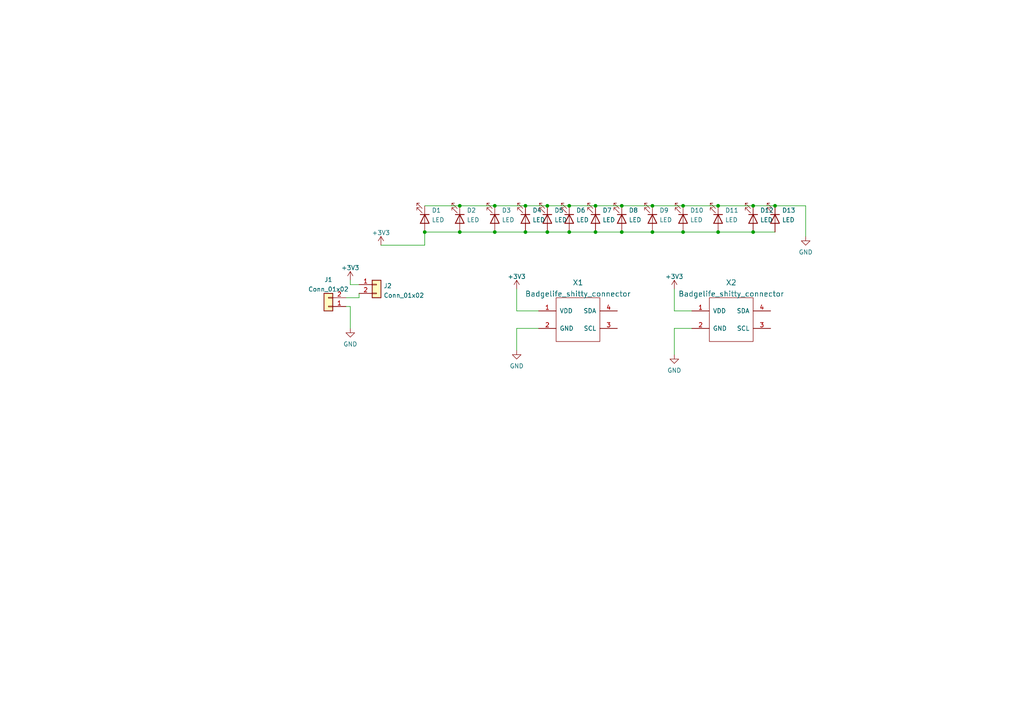
<source format=kicad_sch>
(kicad_sch (version 20211123) (generator eeschema)

  (uuid e63e39d7-6ac0-4ffd-8aa3-1841a4541b55)

  (paper "A4")

  (lib_symbols
    (symbol "Connector_Generic:Conn_01x02" (pin_names (offset 1.016) hide) (in_bom yes) (on_board yes)
      (property "Reference" "J" (id 0) (at 0 2.54 0)
        (effects (font (size 1.27 1.27)))
      )
      (property "Value" "Conn_01x02" (id 1) (at 0 -5.08 0)
        (effects (font (size 1.27 1.27)))
      )
      (property "Footprint" "" (id 2) (at 0 0 0)
        (effects (font (size 1.27 1.27)) hide)
      )
      (property "Datasheet" "~" (id 3) (at 0 0 0)
        (effects (font (size 1.27 1.27)) hide)
      )
      (property "ki_keywords" "connector" (id 4) (at 0 0 0)
        (effects (font (size 1.27 1.27)) hide)
      )
      (property "ki_description" "Generic connector, single row, 01x02, script generated (kicad-library-utils/schlib/autogen/connector/)" (id 5) (at 0 0 0)
        (effects (font (size 1.27 1.27)) hide)
      )
      (property "ki_fp_filters" "Connector*:*_1x??_*" (id 6) (at 0 0 0)
        (effects (font (size 1.27 1.27)) hide)
      )
      (symbol "Conn_01x02_1_1"
        (rectangle (start -1.27 -2.413) (end 0 -2.667)
          (stroke (width 0.1524) (type default) (color 0 0 0 0))
          (fill (type none))
        )
        (rectangle (start -1.27 0.127) (end 0 -0.127)
          (stroke (width 0.1524) (type default) (color 0 0 0 0))
          (fill (type none))
        )
        (rectangle (start -1.27 1.27) (end 1.27 -3.81)
          (stroke (width 0.254) (type default) (color 0 0 0 0))
          (fill (type background))
        )
        (pin passive line (at -5.08 0 0) (length 3.81)
          (name "Pin_1" (effects (font (size 1.27 1.27))))
          (number "1" (effects (font (size 1.27 1.27))))
        )
        (pin passive line (at -5.08 -2.54 0) (length 3.81)
          (name "Pin_2" (effects (font (size 1.27 1.27))))
          (number "2" (effects (font (size 1.27 1.27))))
        )
      )
    )
    (symbol "Device:LED" (pin_numbers hide) (pin_names (offset 1.016) hide) (in_bom yes) (on_board yes)
      (property "Reference" "D" (id 0) (at 0 2.54 0)
        (effects (font (size 1.27 1.27)))
      )
      (property "Value" "LED" (id 1) (at 0 -2.54 0)
        (effects (font (size 1.27 1.27)))
      )
      (property "Footprint" "" (id 2) (at 0 0 0)
        (effects (font (size 1.27 1.27)) hide)
      )
      (property "Datasheet" "~" (id 3) (at 0 0 0)
        (effects (font (size 1.27 1.27)) hide)
      )
      (property "ki_keywords" "LED diode" (id 4) (at 0 0 0)
        (effects (font (size 1.27 1.27)) hide)
      )
      (property "ki_description" "Light emitting diode" (id 5) (at 0 0 0)
        (effects (font (size 1.27 1.27)) hide)
      )
      (property "ki_fp_filters" "LED* LED_SMD:* LED_THT:*" (id 6) (at 0 0 0)
        (effects (font (size 1.27 1.27)) hide)
      )
      (symbol "LED_0_1"
        (polyline
          (pts
            (xy -1.27 -1.27)
            (xy -1.27 1.27)
          )
          (stroke (width 0.254) (type default) (color 0 0 0 0))
          (fill (type none))
        )
        (polyline
          (pts
            (xy -1.27 0)
            (xy 1.27 0)
          )
          (stroke (width 0) (type default) (color 0 0 0 0))
          (fill (type none))
        )
        (polyline
          (pts
            (xy 1.27 -1.27)
            (xy 1.27 1.27)
            (xy -1.27 0)
            (xy 1.27 -1.27)
          )
          (stroke (width 0.254) (type default) (color 0 0 0 0))
          (fill (type none))
        )
        (polyline
          (pts
            (xy -3.048 -0.762)
            (xy -4.572 -2.286)
            (xy -3.81 -2.286)
            (xy -4.572 -2.286)
            (xy -4.572 -1.524)
          )
          (stroke (width 0) (type default) (color 0 0 0 0))
          (fill (type none))
        )
        (polyline
          (pts
            (xy -1.778 -0.762)
            (xy -3.302 -2.286)
            (xy -2.54 -2.286)
            (xy -3.302 -2.286)
            (xy -3.302 -1.524)
          )
          (stroke (width 0) (type default) (color 0 0 0 0))
          (fill (type none))
        )
      )
      (symbol "LED_1_1"
        (pin passive line (at -3.81 0 0) (length 2.54)
          (name "K" (effects (font (size 1.27 1.27))))
          (number "1" (effects (font (size 1.27 1.27))))
        )
        (pin passive line (at 3.81 0 180) (length 2.54)
          (name "A" (effects (font (size 1.27 1.27))))
          (number "2" (effects (font (size 1.27 1.27))))
        )
      )
    )
    (symbol "New_Library:Badgelife_shitty_connector" (pin_names (offset 1.016)) (in_bom yes) (on_board yes)
      (property "Reference" "X" (id 0) (at 2.54 -5.08 0)
        (effects (font (size 1.524 1.524)))
      )
      (property "Value" "Badgelife_shitty_connector" (id 1) (at 0 10.16 0)
        (effects (font (size 1.524 1.524)))
      )
      (property "Footprint" "" (id 2) (at 0 0 0)
        (effects (font (size 1.524 1.524)) hide)
      )
      (property "Datasheet" "" (id 3) (at 0 0 0)
        (effects (font (size 1.524 1.524)) hide)
      )
      (symbol "Badgelife_shitty_connector_0_1"
        (rectangle (start -3.81 6.35) (end 8.89 -6.35)
          (stroke (width 0) (type default) (color 0 0 0 0))
          (fill (type none))
        )
      )
      (symbol "Badgelife_shitty_connector_1_1"
        (pin input line (at -8.89 2.54 0) (length 5.08)
          (name "VDD" (effects (font (size 1.27 1.27))))
          (number "1" (effects (font (size 1.27 1.27))))
        )
        (pin input line (at -8.89 -2.54 0) (length 5.08)
          (name "GND" (effects (font (size 1.27 1.27))))
          (number "2" (effects (font (size 1.27 1.27))))
        )
        (pin input line (at 13.97 -2.54 180) (length 5.08)
          (name "SCL" (effects (font (size 1.27 1.27))))
          (number "3" (effects (font (size 1.27 1.27))))
        )
        (pin input line (at 13.97 2.54 180) (length 5.08)
          (name "SDA" (effects (font (size 1.27 1.27))))
          (number "4" (effects (font (size 1.27 1.27))))
        )
      )
    )
    (symbol "power:+3.3V" (power) (pin_names (offset 0)) (in_bom yes) (on_board yes)
      (property "Reference" "#PWR" (id 0) (at 0 -3.81 0)
        (effects (font (size 1.27 1.27)) hide)
      )
      (property "Value" "+3.3V" (id 1) (at 0 3.556 0)
        (effects (font (size 1.27 1.27)))
      )
      (property "Footprint" "" (id 2) (at 0 0 0)
        (effects (font (size 1.27 1.27)) hide)
      )
      (property "Datasheet" "" (id 3) (at 0 0 0)
        (effects (font (size 1.27 1.27)) hide)
      )
      (property "ki_keywords" "power-flag" (id 4) (at 0 0 0)
        (effects (font (size 1.27 1.27)) hide)
      )
      (property "ki_description" "Power symbol creates a global label with name \"+3.3V\"" (id 5) (at 0 0 0)
        (effects (font (size 1.27 1.27)) hide)
      )
      (symbol "+3.3V_0_1"
        (polyline
          (pts
            (xy -0.762 1.27)
            (xy 0 2.54)
          )
          (stroke (width 0) (type default) (color 0 0 0 0))
          (fill (type none))
        )
        (polyline
          (pts
            (xy 0 0)
            (xy 0 2.54)
          )
          (stroke (width 0) (type default) (color 0 0 0 0))
          (fill (type none))
        )
        (polyline
          (pts
            (xy 0 2.54)
            (xy 0.762 1.27)
          )
          (stroke (width 0) (type default) (color 0 0 0 0))
          (fill (type none))
        )
      )
      (symbol "+3.3V_1_1"
        (pin power_in line (at 0 0 90) (length 0) hide
          (name "+3V3" (effects (font (size 1.27 1.27))))
          (number "1" (effects (font (size 1.27 1.27))))
        )
      )
    )
    (symbol "power:GND" (power) (pin_names (offset 0)) (in_bom yes) (on_board yes)
      (property "Reference" "#PWR" (id 0) (at 0 -6.35 0)
        (effects (font (size 1.27 1.27)) hide)
      )
      (property "Value" "GND" (id 1) (at 0 -3.81 0)
        (effects (font (size 1.27 1.27)))
      )
      (property "Footprint" "" (id 2) (at 0 0 0)
        (effects (font (size 1.27 1.27)) hide)
      )
      (property "Datasheet" "" (id 3) (at 0 0 0)
        (effects (font (size 1.27 1.27)) hide)
      )
      (property "ki_keywords" "power-flag" (id 4) (at 0 0 0)
        (effects (font (size 1.27 1.27)) hide)
      )
      (property "ki_description" "Power symbol creates a global label with name \"GND\" , ground" (id 5) (at 0 0 0)
        (effects (font (size 1.27 1.27)) hide)
      )
      (symbol "GND_0_1"
        (polyline
          (pts
            (xy 0 0)
            (xy 0 -1.27)
            (xy 1.27 -1.27)
            (xy 0 -2.54)
            (xy -1.27 -1.27)
            (xy 0 -1.27)
          )
          (stroke (width 0) (type default) (color 0 0 0 0))
          (fill (type none))
        )
      )
      (symbol "GND_1_1"
        (pin power_in line (at 0 0 270) (length 0) hide
          (name "GND" (effects (font (size 1.27 1.27))))
          (number "1" (effects (font (size 1.27 1.27))))
        )
      )
    )
  )

  (junction (at 133.35 59.69) (diameter 0) (color 0 0 0 0)
    (uuid 0720461c-299d-4bb7-989d-154d9659e9e8)
  )
  (junction (at 180.34 59.69) (diameter 0) (color 0 0 0 0)
    (uuid 07ac8978-53a7-4c30-a123-37cfbb2af7a0)
  )
  (junction (at 180.34 67.31) (diameter 0) (color 0 0 0 0)
    (uuid 136faea6-a67f-449d-a362-cf36177f0ba8)
  )
  (junction (at 165.1 59.69) (diameter 0) (color 0 0 0 0)
    (uuid 2a11d77b-a242-4f70-8499-555c64f3d1aa)
  )
  (junction (at 172.72 67.31) (diameter 0) (color 0 0 0 0)
    (uuid 2a76b045-cc30-429a-95bf-92d11ed82e44)
  )
  (junction (at 208.28 59.69) (diameter 0) (color 0 0 0 0)
    (uuid 318df4e9-70d2-46fb-b79e-5675494d17a8)
  )
  (junction (at 172.72 59.69) (diameter 0) (color 0 0 0 0)
    (uuid 3c77bfe7-86c5-40d5-bb7b-ccef38595622)
  )
  (junction (at 218.44 59.69) (diameter 0) (color 0 0 0 0)
    (uuid 60148d70-8236-4326-86c0-5834158f4718)
  )
  (junction (at 189.23 59.69) (diameter 0) (color 0 0 0 0)
    (uuid 6b61fbba-d6f4-462a-b450-58f9fedb0eb3)
  )
  (junction (at 152.4 59.69) (diameter 0) (color 0 0 0 0)
    (uuid 87ac1854-87f6-4be4-bf2f-80019e9e4dec)
  )
  (junction (at 133.35 67.31) (diameter 0) (color 0 0 0 0)
    (uuid 8dac889a-a3ec-4f0d-9350-510dbf406462)
  )
  (junction (at 224.79 59.69) (diameter 0) (color 0 0 0 0)
    (uuid 922db659-b88c-4732-a911-2b45c05f13fc)
  )
  (junction (at 208.28 67.31) (diameter 0) (color 0 0 0 0)
    (uuid 94fed8af-63ea-47a9-8777-bf3a9b64b243)
  )
  (junction (at 123.19 67.31) (diameter 0) (color 0 0 0 0)
    (uuid 9a8194eb-430f-4c3a-a321-f143af424e95)
  )
  (junction (at 198.12 59.69) (diameter 0) (color 0 0 0 0)
    (uuid 9b38e044-87da-4959-9bc2-2cd831de661e)
  )
  (junction (at 189.23 67.31) (diameter 0) (color 0 0 0 0)
    (uuid a4f4f618-8f8b-4e4d-9733-c20ea8cb2731)
  )
  (junction (at 143.51 67.31) (diameter 0) (color 0 0 0 0)
    (uuid a5e80d58-16a1-4e56-bd0f-c019390446d7)
  )
  (junction (at 158.75 59.69) (diameter 0) (color 0 0 0 0)
    (uuid b0c98be1-97c4-4eba-8cfc-1445a3eef063)
  )
  (junction (at 198.12 67.31) (diameter 0) (color 0 0 0 0)
    (uuid ba6adeec-6997-4692-bab7-de50ddf075bb)
  )
  (junction (at 152.4 67.31) (diameter 0) (color 0 0 0 0)
    (uuid bf694f32-000a-4848-8c3b-4d87484f6de7)
  )
  (junction (at 143.51 59.69) (diameter 0) (color 0 0 0 0)
    (uuid d2fd18e0-8b33-4fcc-8e80-2a623c7e15cf)
  )
  (junction (at 218.44 67.31) (diameter 0) (color 0 0 0 0)
    (uuid d7d36348-4d86-4887-8ce8-77f3dc661022)
  )
  (junction (at 165.1 67.31) (diameter 0) (color 0 0 0 0)
    (uuid e58b36aa-5e35-443e-9f48-96a6a0eb9850)
  )
  (junction (at 158.75 67.31) (diameter 0) (color 0 0 0 0)
    (uuid eb8af002-c8e4-4ac5-8b6d-08c3c26d6f22)
  )

  (wire (pts (xy 195.58 95.25) (xy 200.66 95.25))
    (stroke (width 0) (type default) (color 0 0 0 0))
    (uuid 08cff1d8-d88d-4a82-9a83-37c6c78d07ab)
  )
  (wire (pts (xy 152.4 59.69) (xy 158.75 59.69))
    (stroke (width 0) (type default) (color 0 0 0 0))
    (uuid 0c1301fd-7ebc-4e4b-bbd0-5d2d01e7305f)
  )
  (wire (pts (xy 198.12 67.31) (xy 208.28 67.31))
    (stroke (width 0) (type default) (color 0 0 0 0))
    (uuid 0c4a5550-f513-4996-b7d3-ebc0ed22b457)
  )
  (wire (pts (xy 233.68 59.69) (xy 233.68 68.58))
    (stroke (width 0) (type default) (color 0 0 0 0))
    (uuid 0f7a6730-7194-4464-84b8-03676c4d02fb)
  )
  (wire (pts (xy 195.58 102.87) (xy 195.58 95.25))
    (stroke (width 0) (type default) (color 0 0 0 0))
    (uuid 102ce83f-03b6-4165-b251-126957e30311)
  )
  (wire (pts (xy 101.6 82.55) (xy 101.6 81.28))
    (stroke (width 0) (type default) (color 0 0 0 0))
    (uuid 240e8de7-30dc-4c1a-bdd1-785152067fac)
  )
  (wire (pts (xy 224.79 59.69) (xy 233.68 59.69))
    (stroke (width 0) (type default) (color 0 0 0 0))
    (uuid 28449fbe-c83c-4caf-9302-16b9df6b395f)
  )
  (wire (pts (xy 149.86 101.6) (xy 149.86 95.25))
    (stroke (width 0) (type default) (color 0 0 0 0))
    (uuid 2eb0dad7-e262-486b-ab79-d6f97360b21e)
  )
  (wire (pts (xy 149.86 95.25) (xy 156.21 95.25))
    (stroke (width 0) (type default) (color 0 0 0 0))
    (uuid 379b33ed-79ae-42c3-9be3-473386dac763)
  )
  (wire (pts (xy 123.19 67.31) (xy 133.35 67.31))
    (stroke (width 0) (type default) (color 0 0 0 0))
    (uuid 3eaae524-b0c1-420a-87c0-8ebbb977592f)
  )
  (wire (pts (xy 143.51 67.31) (xy 152.4 67.31))
    (stroke (width 0) (type default) (color 0 0 0 0))
    (uuid 4229f610-b74d-41b2-8e86-625c4630a2de)
  )
  (wire (pts (xy 101.6 88.9) (xy 101.6 95.25))
    (stroke (width 0) (type default) (color 0 0 0 0))
    (uuid 447b2ae2-9e69-4b2a-84b9-003bb4d7190a)
  )
  (wire (pts (xy 172.72 67.31) (xy 180.34 67.31))
    (stroke (width 0) (type default) (color 0 0 0 0))
    (uuid 44c313ee-186a-49e9-be2c-334824e9e35d)
  )
  (wire (pts (xy 165.1 67.31) (xy 172.72 67.31))
    (stroke (width 0) (type default) (color 0 0 0 0))
    (uuid 4ece9664-44d4-4395-b4f8-f51699a4e64a)
  )
  (wire (pts (xy 208.28 67.31) (xy 218.44 67.31))
    (stroke (width 0) (type default) (color 0 0 0 0))
    (uuid 52184faf-cc35-4885-b134-a07bc67644a8)
  )
  (wire (pts (xy 208.28 59.69) (xy 218.44 59.69))
    (stroke (width 0) (type default) (color 0 0 0 0))
    (uuid 5ea6c1c0-4f1c-4b43-8413-31a7721323ec)
  )
  (wire (pts (xy 189.23 67.31) (xy 198.12 67.31))
    (stroke (width 0) (type default) (color 0 0 0 0))
    (uuid 65aa6202-da7a-446f-9e7d-a37518ee9c1b)
  )
  (wire (pts (xy 195.58 83.82) (xy 195.58 90.17))
    (stroke (width 0) (type default) (color 0 0 0 0))
    (uuid 6a8da772-5c5f-46bb-8eb6-c0e998811b40)
  )
  (wire (pts (xy 158.75 67.31) (xy 165.1 67.31))
    (stroke (width 0) (type default) (color 0 0 0 0))
    (uuid 7404059b-5ca4-4604-a47d-1a6af772c561)
  )
  (wire (pts (xy 180.34 67.31) (xy 189.23 67.31))
    (stroke (width 0) (type default) (color 0 0 0 0))
    (uuid 781f28d6-3518-4a32-b185-0125aa93a4ed)
  )
  (wire (pts (xy 104.14 82.55) (xy 101.6 82.55))
    (stroke (width 0) (type default) (color 0 0 0 0))
    (uuid 7cef9db2-c98a-4a97-9ed6-72f1e68d3ab8)
  )
  (wire (pts (xy 180.34 59.69) (xy 189.23 59.69))
    (stroke (width 0) (type default) (color 0 0 0 0))
    (uuid 810cd5f8-0752-4fd3-94b6-ee694fe95c8d)
  )
  (wire (pts (xy 100.33 86.36) (xy 104.14 86.36))
    (stroke (width 0) (type default) (color 0 0 0 0))
    (uuid 8171c8c4-d02e-4adb-bf54-352a6595d8c5)
  )
  (wire (pts (xy 104.14 86.36) (xy 104.14 85.09))
    (stroke (width 0) (type default) (color 0 0 0 0))
    (uuid 84a410e3-855a-40ad-8ff4-9df89cac62be)
  )
  (wire (pts (xy 133.35 67.31) (xy 143.51 67.31))
    (stroke (width 0) (type default) (color 0 0 0 0))
    (uuid 890c0bff-5da2-4d06-a409-0669cff8cede)
  )
  (wire (pts (xy 189.23 59.69) (xy 198.12 59.69))
    (stroke (width 0) (type default) (color 0 0 0 0))
    (uuid 90e29598-2246-4a35-b214-366dc6c1121e)
  )
  (wire (pts (xy 152.4 67.31) (xy 158.75 67.31))
    (stroke (width 0) (type default) (color 0 0 0 0))
    (uuid 9354e8db-f868-40e3-b54f-4724794d8b3a)
  )
  (wire (pts (xy 218.44 59.69) (xy 224.79 59.69))
    (stroke (width 0) (type default) (color 0 0 0 0))
    (uuid 994d37e9-b259-478b-bf33-fd7ad6074d59)
  )
  (wire (pts (xy 158.75 59.69) (xy 165.1 59.69))
    (stroke (width 0) (type default) (color 0 0 0 0))
    (uuid 997de0d4-9f67-42ef-b478-97ef4461b239)
  )
  (wire (pts (xy 110.49 71.12) (xy 123.19 71.12))
    (stroke (width 0) (type default) (color 0 0 0 0))
    (uuid a25666df-4d3f-4043-bdcd-8d7d044ddb5f)
  )
  (wire (pts (xy 149.86 83.82) (xy 149.86 90.17))
    (stroke (width 0) (type default) (color 0 0 0 0))
    (uuid acd8d28d-112f-42ab-9546-86dcaa9a3ed3)
  )
  (wire (pts (xy 165.1 59.69) (xy 172.72 59.69))
    (stroke (width 0) (type default) (color 0 0 0 0))
    (uuid ad2e79fb-7029-4654-8456-494a6e0594aa)
  )
  (wire (pts (xy 123.19 71.12) (xy 123.19 67.31))
    (stroke (width 0) (type default) (color 0 0 0 0))
    (uuid b19f8c61-207b-4d21-8a69-ae3ff306ac90)
  )
  (wire (pts (xy 172.72 59.69) (xy 180.34 59.69))
    (stroke (width 0) (type default) (color 0 0 0 0))
    (uuid b7531eb3-bc67-49db-9048-63c9a69aed77)
  )
  (wire (pts (xy 100.33 88.9) (xy 101.6 88.9))
    (stroke (width 0) (type default) (color 0 0 0 0))
    (uuid c51a3de2-d2e9-436f-ae39-77edd2c736d9)
  )
  (wire (pts (xy 198.12 59.69) (xy 208.28 59.69))
    (stroke (width 0) (type default) (color 0 0 0 0))
    (uuid cd51dbdc-1b30-4b8d-9ee2-872891c61ef0)
  )
  (wire (pts (xy 195.58 90.17) (xy 200.66 90.17))
    (stroke (width 0) (type default) (color 0 0 0 0))
    (uuid d380af48-a972-4140-90cd-bf5a605e48be)
  )
  (wire (pts (xy 133.35 59.69) (xy 143.51 59.69))
    (stroke (width 0) (type default) (color 0 0 0 0))
    (uuid d38839ad-2dde-4048-aa26-5346eeddecb0)
  )
  (wire (pts (xy 218.44 67.31) (xy 224.79 67.31))
    (stroke (width 0) (type default) (color 0 0 0 0))
    (uuid df8da694-da12-43e9-b050-9c54dbe4c006)
  )
  (wire (pts (xy 143.51 59.69) (xy 152.4 59.69))
    (stroke (width 0) (type default) (color 0 0 0 0))
    (uuid f012d41f-c575-4e0c-973d-7217435ab1b4)
  )
  (wire (pts (xy 149.86 90.17) (xy 156.21 90.17))
    (stroke (width 0) (type default) (color 0 0 0 0))
    (uuid fac8434e-6834-4020-9f83-bed340322162)
  )
  (wire (pts (xy 123.19 59.69) (xy 133.35 59.69))
    (stroke (width 0) (type default) (color 0 0 0 0))
    (uuid fe84b2b8-d1d7-4bf3-8c70-5e5b3ca7b64b)
  )

  (symbol (lib_id "power:+3.3V") (at 101.6 81.28 0) (unit 1)
    (in_bom yes) (on_board yes) (fields_autoplaced)
    (uuid 0a2838e1-e0c9-49cd-aac8-b1c3dbe2c630)
    (property "Reference" "#PWR0102" (id 0) (at 101.6 85.09 0)
      (effects (font (size 1.27 1.27)) hide)
    )
    (property "Value" "+3.3V" (id 1) (at 101.6 77.6755 0))
    (property "Footprint" "" (id 2) (at 101.6 81.28 0)
      (effects (font (size 1.27 1.27)) hide)
    )
    (property "Datasheet" "" (id 3) (at 101.6 81.28 0)
      (effects (font (size 1.27 1.27)) hide)
    )
    (pin "1" (uuid f259ca3b-859c-4918-af8a-6dbfc4c0de71))
  )

  (symbol (lib_id "Device:LED") (at 165.1 63.5 270) (unit 1)
    (in_bom yes) (on_board yes) (fields_autoplaced)
    (uuid 1161f41d-82ec-4a57-b4f0-65e5956011c6)
    (property "Reference" "D6" (id 0) (at 167.132 61.004 90)
      (effects (font (size 1.27 1.27)) (justify left))
    )
    (property "Value" "LED" (id 1) (at 167.132 63.7791 90)
      (effects (font (size 1.27 1.27)) (justify left))
    )
    (property "Footprint" "LED_SMD:LED_0603_1608Metric_Pad1.05x0.95mm_HandSolder" (id 2) (at 165.1 63.5 0)
      (effects (font (size 1.27 1.27)) hide)
    )
    (property "Datasheet" "~" (id 3) (at 165.1 63.5 0)
      (effects (font (size 1.27 1.27)) hide)
    )
    (pin "1" (uuid 3d84b857-cec7-445f-9d1c-cf70d267844a))
    (pin "2" (uuid b83e3404-82a1-4504-ae72-c9c8689489a1))
  )

  (symbol (lib_id "Device:LED") (at 224.79 63.5 270) (unit 1)
    (in_bom yes) (on_board yes) (fields_autoplaced)
    (uuid 18b6dcb6-5ab3-481b-b998-33e8cf6d281f)
    (property "Reference" "D13" (id 0) (at 226.822 61.004 90)
      (effects (font (size 1.27 1.27)) (justify left))
    )
    (property "Value" "LED" (id 1) (at 226.822 63.7791 90)
      (effects (font (size 1.27 1.27)) (justify left))
    )
    (property "Footprint" "LED_SMD:LED_0603_1608Metric_Pad1.05x0.95mm_HandSolder" (id 2) (at 224.79 63.5 0)
      (effects (font (size 1.27 1.27)) hide)
    )
    (property "Datasheet" "~" (id 3) (at 224.79 63.5 0)
      (effects (font (size 1.27 1.27)) hide)
    )
    (pin "1" (uuid fa16f237-4e21-4b18-8c54-f7de4e62bbb6))
    (pin "2" (uuid 7be13a36-eb8e-440f-aaac-2fd6665d9f61))
  )

  (symbol (lib_id "Device:LED") (at 152.4 63.5 270) (unit 1)
    (in_bom yes) (on_board yes) (fields_autoplaced)
    (uuid 2a7ac3c0-b782-4a36-8e14-9fb9fc4b9e99)
    (property "Reference" "D4" (id 0) (at 154.432 61.004 90)
      (effects (font (size 1.27 1.27)) (justify left))
    )
    (property "Value" "LED" (id 1) (at 154.432 63.7791 90)
      (effects (font (size 1.27 1.27)) (justify left))
    )
    (property "Footprint" "LED_SMD:LED_0603_1608Metric_Pad1.05x0.95mm_HandSolder" (id 2) (at 152.4 63.5 0)
      (effects (font (size 1.27 1.27)) hide)
    )
    (property "Datasheet" "~" (id 3) (at 152.4 63.5 0)
      (effects (font (size 1.27 1.27)) hide)
    )
    (pin "1" (uuid 85224b6e-e60d-41b7-892d-db1e476804aa))
    (pin "2" (uuid f38b7666-67bb-4c73-93c4-347ed560b579))
  )

  (symbol (lib_id "Device:LED") (at 218.44 63.5 270) (unit 1)
    (in_bom yes) (on_board yes) (fields_autoplaced)
    (uuid 3bf82ecb-0898-4a14-bef0-d88c4f838b87)
    (property "Reference" "D12" (id 0) (at 220.472 61.004 90)
      (effects (font (size 1.27 1.27)) (justify left))
    )
    (property "Value" "LED" (id 1) (at 220.472 63.7791 90)
      (effects (font (size 1.27 1.27)) (justify left))
    )
    (property "Footprint" "LED_SMD:LED_0603_1608Metric_Pad1.05x0.95mm_HandSolder" (id 2) (at 218.44 63.5 0)
      (effects (font (size 1.27 1.27)) hide)
    )
    (property "Datasheet" "~" (id 3) (at 218.44 63.5 0)
      (effects (font (size 1.27 1.27)) hide)
    )
    (pin "1" (uuid 95876ea6-fd77-4261-a837-3fb94372460d))
    (pin "2" (uuid 72039484-0772-49c0-ba7a-d0f67d71b80a))
  )

  (symbol (lib_id "New_Library:Badgelife_shitty_connector") (at 209.55 92.71 0) (unit 1)
    (in_bom yes) (on_board yes) (fields_autoplaced)
    (uuid 40da91ec-f0f8-45bc-b6f1-0a7a0e03b8ba)
    (property "Reference" "X2" (id 0) (at 212.09 81.9561 0)
      (effects (font (size 1.524 1.524)))
    )
    (property "Value" "Badgelife_shitty_connector" (id 1) (at 212.09 85.2351 0)
      (effects (font (size 1.524 1.524)))
    )
    (property "Footprint" "cit:Badgelife-Shitty-2x2" (id 2) (at 209.55 92.71 0)
      (effects (font (size 1.524 1.524)) hide)
    )
    (property "Datasheet" "" (id 3) (at 209.55 92.71 0)
      (effects (font (size 1.524 1.524)) hide)
    )
    (pin "1" (uuid 905afb58-5012-4aec-8340-0e1d6d2396e1))
    (pin "2" (uuid b0d50cf3-cc0d-419b-ab2c-02bef9dbab28))
    (pin "3" (uuid 41c365fa-3d50-4050-8aef-1622d6a45dc7))
    (pin "4" (uuid b1d14289-607b-4c03-b953-a6f10e6cd3cc))
  )

  (symbol (lib_id "power:+3.3V") (at 110.49 71.12 0) (unit 1)
    (in_bom yes) (on_board yes) (fields_autoplaced)
    (uuid 46224676-57df-4b0a-bf24-46723abd2afa)
    (property "Reference" "#PWR0101" (id 0) (at 110.49 74.93 0)
      (effects (font (size 1.27 1.27)) hide)
    )
    (property "Value" "+3.3V" (id 1) (at 110.49 67.5155 0))
    (property "Footprint" "" (id 2) (at 110.49 71.12 0)
      (effects (font (size 1.27 1.27)) hide)
    )
    (property "Datasheet" "" (id 3) (at 110.49 71.12 0)
      (effects (font (size 1.27 1.27)) hide)
    )
    (pin "1" (uuid e216edf7-e0be-448d-974f-efb25a50e3c9))
  )

  (symbol (lib_id "Device:LED") (at 172.72 63.5 270) (unit 1)
    (in_bom yes) (on_board yes) (fields_autoplaced)
    (uuid 4acf2666-ff65-48fc-8e6e-84222312c503)
    (property "Reference" "D7" (id 0) (at 174.752 61.004 90)
      (effects (font (size 1.27 1.27)) (justify left))
    )
    (property "Value" "LED" (id 1) (at 174.752 63.7791 90)
      (effects (font (size 1.27 1.27)) (justify left))
    )
    (property "Footprint" "LED_SMD:LED_0603_1608Metric_Pad1.05x0.95mm_HandSolder" (id 2) (at 172.72 63.5 0)
      (effects (font (size 1.27 1.27)) hide)
    )
    (property "Datasheet" "~" (id 3) (at 172.72 63.5 0)
      (effects (font (size 1.27 1.27)) hide)
    )
    (pin "1" (uuid 79d76220-0299-46d9-88fa-4f9d84b89a8f))
    (pin "2" (uuid 3302c277-7108-43f9-ad0b-908fe991a76e))
  )

  (symbol (lib_id "power:GND") (at 233.68 68.58 0) (unit 1)
    (in_bom yes) (on_board yes) (fields_autoplaced)
    (uuid 4e277f8e-adbb-4cdd-8834-9efc83211e9b)
    (property "Reference" "#PWR04" (id 0) (at 233.68 74.93 0)
      (effects (font (size 1.27 1.27)) hide)
    )
    (property "Value" "GND" (id 1) (at 233.68 73.1425 0))
    (property "Footprint" "" (id 2) (at 233.68 68.58 0)
      (effects (font (size 1.27 1.27)) hide)
    )
    (property "Datasheet" "" (id 3) (at 233.68 68.58 0)
      (effects (font (size 1.27 1.27)) hide)
    )
    (pin "1" (uuid 3631524f-6e3a-4a5e-b290-49b7672936d3))
  )

  (symbol (lib_id "Device:LED") (at 123.19 63.5 270) (unit 1)
    (in_bom yes) (on_board yes) (fields_autoplaced)
    (uuid 59cb2966-1e9c-4b3b-b3c8-7499378d8dde)
    (property "Reference" "D1" (id 0) (at 125.222 61.004 90)
      (effects (font (size 1.27 1.27)) (justify left))
    )
    (property "Value" "LED" (id 1) (at 125.222 63.7791 90)
      (effects (font (size 1.27 1.27)) (justify left))
    )
    (property "Footprint" "LED_SMD:LED_0603_1608Metric_Pad1.05x0.95mm_HandSolder" (id 2) (at 123.19 63.5 0)
      (effects (font (size 1.27 1.27)) hide)
    )
    (property "Datasheet" "~" (id 3) (at 123.19 63.5 0)
      (effects (font (size 1.27 1.27)) hide)
    )
    (pin "1" (uuid a599509f-fbb9-4db4-9adf-9e96bab1138d))
    (pin "2" (uuid 8bdea5f6-7a53-427a-92b8-fd15994c2e8c))
  )

  (symbol (lib_id "Device:LED") (at 189.23 63.5 270) (unit 1)
    (in_bom yes) (on_board yes) (fields_autoplaced)
    (uuid 5ab5c0a7-d6dc-4d7a-8144-0e9b77fd6b4d)
    (property "Reference" "D9" (id 0) (at 191.262 61.004 90)
      (effects (font (size 1.27 1.27)) (justify left))
    )
    (property "Value" "LED" (id 1) (at 191.262 63.7791 90)
      (effects (font (size 1.27 1.27)) (justify left))
    )
    (property "Footprint" "LED_SMD:LED_0603_1608Metric_Pad1.05x0.95mm_HandSolder" (id 2) (at 189.23 63.5 0)
      (effects (font (size 1.27 1.27)) hide)
    )
    (property "Datasheet" "~" (id 3) (at 189.23 63.5 0)
      (effects (font (size 1.27 1.27)) hide)
    )
    (pin "1" (uuid 998e076b-da8b-46ea-9633-897bed755df5))
    (pin "2" (uuid 9f409854-888e-469f-a38a-55975e021fe1))
  )

  (symbol (lib_id "Device:LED") (at 180.34 63.5 270) (unit 1)
    (in_bom yes) (on_board yes) (fields_autoplaced)
    (uuid 64d496a2-ccb7-47ab-8105-dd6a7bc7727d)
    (property "Reference" "D8" (id 0) (at 182.372 61.004 90)
      (effects (font (size 1.27 1.27)) (justify left))
    )
    (property "Value" "LED" (id 1) (at 182.372 63.7791 90)
      (effects (font (size 1.27 1.27)) (justify left))
    )
    (property "Footprint" "LED_SMD:LED_0603_1608Metric_Pad1.05x0.95mm_HandSolder" (id 2) (at 180.34 63.5 0)
      (effects (font (size 1.27 1.27)) hide)
    )
    (property "Datasheet" "~" (id 3) (at 180.34 63.5 0)
      (effects (font (size 1.27 1.27)) hide)
    )
    (pin "1" (uuid 876114b0-d8e1-483b-b9f0-9f978acac38a))
    (pin "2" (uuid b267620e-70d3-4d1d-bd3d-29b9a406015b))
  )

  (symbol (lib_id "Device:LED") (at 208.28 63.5 270) (unit 1)
    (in_bom yes) (on_board yes) (fields_autoplaced)
    (uuid 6ea125c5-7ea8-443a-a266-f55045a038ca)
    (property "Reference" "D11" (id 0) (at 210.312 61.004 90)
      (effects (font (size 1.27 1.27)) (justify left))
    )
    (property "Value" "LED" (id 1) (at 210.312 63.7791 90)
      (effects (font (size 1.27 1.27)) (justify left))
    )
    (property "Footprint" "LED_SMD:LED_0603_1608Metric_Pad1.05x0.95mm_HandSolder" (id 2) (at 208.28 63.5 0)
      (effects (font (size 1.27 1.27)) hide)
    )
    (property "Datasheet" "~" (id 3) (at 208.28 63.5 0)
      (effects (font (size 1.27 1.27)) hide)
    )
    (pin "1" (uuid 9e2dfceb-5e29-4104-9049-5cde0280ee55))
    (pin "2" (uuid a178a2e2-384b-4296-bd78-00a8389c0aa2))
  )

  (symbol (lib_id "Device:LED") (at 143.51 63.5 270) (unit 1)
    (in_bom yes) (on_board yes) (fields_autoplaced)
    (uuid 6fac9f0c-05a2-4ddf-a178-12e4558d1182)
    (property "Reference" "D3" (id 0) (at 145.542 61.004 90)
      (effects (font (size 1.27 1.27)) (justify left))
    )
    (property "Value" "LED" (id 1) (at 145.542 63.7791 90)
      (effects (font (size 1.27 1.27)) (justify left))
    )
    (property "Footprint" "LED_SMD:LED_0603_1608Metric_Pad1.05x0.95mm_HandSolder" (id 2) (at 143.51 63.5 0)
      (effects (font (size 1.27 1.27)) hide)
    )
    (property "Datasheet" "~" (id 3) (at 143.51 63.5 0)
      (effects (font (size 1.27 1.27)) hide)
    )
    (pin "1" (uuid 94b35258-6e08-436d-9604-f516d57c2619))
    (pin "2" (uuid 17203ced-003c-42ae-9298-e3daef5a98e0))
  )

  (symbol (lib_id "power:+3.3V") (at 195.58 83.82 0) (unit 1)
    (in_bom yes) (on_board yes) (fields_autoplaced)
    (uuid 824f07c6-5f57-4fc0-ba95-fc6da719c8f1)
    (property "Reference" "#PWR05" (id 0) (at 195.58 87.63 0)
      (effects (font (size 1.27 1.27)) hide)
    )
    (property "Value" "+3.3V" (id 1) (at 195.58 80.2155 0))
    (property "Footprint" "" (id 2) (at 195.58 83.82 0)
      (effects (font (size 1.27 1.27)) hide)
    )
    (property "Datasheet" "" (id 3) (at 195.58 83.82 0)
      (effects (font (size 1.27 1.27)) hide)
    )
    (pin "1" (uuid dc7fe112-5046-4a3d-a9f2-e6f6d8666810))
  )

  (symbol (lib_id "power:GND") (at 195.58 102.87 0) (unit 1)
    (in_bom yes) (on_board yes) (fields_autoplaced)
    (uuid 860c2d00-73f4-48cf-8c3b-a65213d2d485)
    (property "Reference" "#PWR06" (id 0) (at 195.58 109.22 0)
      (effects (font (size 1.27 1.27)) hide)
    )
    (property "Value" "GND" (id 1) (at 195.58 107.4325 0))
    (property "Footprint" "" (id 2) (at 195.58 102.87 0)
      (effects (font (size 1.27 1.27)) hide)
    )
    (property "Datasheet" "" (id 3) (at 195.58 102.87 0)
      (effects (font (size 1.27 1.27)) hide)
    )
    (pin "1" (uuid 0ea76dab-6556-4b7c-b6c6-73f3d00eeb05))
  )

  (symbol (lib_id "Device:LED") (at 133.35 63.5 270) (unit 1)
    (in_bom yes) (on_board yes) (fields_autoplaced)
    (uuid 87a79b8f-2884-4c6d-9e08-6da03103a9bc)
    (property "Reference" "D2" (id 0) (at 135.382 61.004 90)
      (effects (font (size 1.27 1.27)) (justify left))
    )
    (property "Value" "LED" (id 1) (at 135.382 63.7791 90)
      (effects (font (size 1.27 1.27)) (justify left))
    )
    (property "Footprint" "LED_SMD:LED_0603_1608Metric_Pad1.05x0.95mm_HandSolder" (id 2) (at 133.35 63.5 0)
      (effects (font (size 1.27 1.27)) hide)
    )
    (property "Datasheet" "~" (id 3) (at 133.35 63.5 0)
      (effects (font (size 1.27 1.27)) hide)
    )
    (pin "1" (uuid 4824cc17-4fe1-4945-ad51-0aeea24cae8e))
    (pin "2" (uuid 9b0f93ef-a45a-4738-a37f-ee43c3ce3020))
  )

  (symbol (lib_id "New_Library:Badgelife_shitty_connector") (at 165.1 92.71 0) (unit 1)
    (in_bom yes) (on_board yes) (fields_autoplaced)
    (uuid 90774c4d-1a20-419b-85be-11dc1f2a990c)
    (property "Reference" "X1" (id 0) (at 167.64 81.9561 0)
      (effects (font (size 1.524 1.524)))
    )
    (property "Value" "Badgelife_shitty_connector" (id 1) (at 167.64 85.2351 0)
      (effects (font (size 1.524 1.524)))
    )
    (property "Footprint" "cit:Badgelife-Shitty-2x2" (id 2) (at 165.1 92.71 0)
      (effects (font (size 1.524 1.524)) hide)
    )
    (property "Datasheet" "" (id 3) (at 165.1 92.71 0)
      (effects (font (size 1.524 1.524)) hide)
    )
    (pin "1" (uuid c5e9e702-d7b7-42e8-b573-e666ae5a4b9a))
    (pin "2" (uuid 8885abe6-117b-4aea-a1ac-869cd10a2769))
    (pin "3" (uuid 76063c01-aedc-4cff-9990-3aff29d71643))
    (pin "4" (uuid ffa191ff-f797-44fe-b060-7900ab57630a))
  )

  (symbol (lib_id "Connector_Generic:Conn_01x02") (at 109.22 82.55 0) (unit 1)
    (in_bom yes) (on_board yes) (fields_autoplaced)
    (uuid 9cd37aaf-80e5-4a59-9710-94ed3cd48dae)
    (property "Reference" "J2" (id 0) (at 111.252 82.9115 0)
      (effects (font (size 1.27 1.27)) (justify left))
    )
    (property "Value" "Conn_01x02" (id 1) (at 111.252 85.6866 0)
      (effects (font (size 1.27 1.27)) (justify left))
    )
    (property "Footprint" "Button_Switch_SMD:SW_DIP_SPSTx01_Slide_6.7x4.1mm_W8.61mm_P2.54mm_LowProfile" (id 2) (at 109.22 82.55 0)
      (effects (font (size 1.27 1.27)) hide)
    )
    (property "Datasheet" "~" (id 3) (at 109.22 82.55 0)
      (effects (font (size 1.27 1.27)) hide)
    )
    (pin "1" (uuid bd81696b-bee8-48aa-80dc-fae9e546c78c))
    (pin "2" (uuid 6daca896-e16e-4881-a9b6-e9af1420c268))
  )

  (symbol (lib_id "power:GND") (at 101.6 95.25 0) (unit 1)
    (in_bom yes) (on_board yes) (fields_autoplaced)
    (uuid dda5727f-ad51-4566-9340-0ed6abf9970f)
    (property "Reference" "#PWR02" (id 0) (at 101.6 101.6 0)
      (effects (font (size 1.27 1.27)) hide)
    )
    (property "Value" "GND" (id 1) (at 101.6 99.8125 0))
    (property "Footprint" "" (id 2) (at 101.6 95.25 0)
      (effects (font (size 1.27 1.27)) hide)
    )
    (property "Datasheet" "" (id 3) (at 101.6 95.25 0)
      (effects (font (size 1.27 1.27)) hide)
    )
    (pin "1" (uuid 8f45b92c-024b-4f33-ba9e-84c2865e1fff))
  )

  (symbol (lib_id "power:GND") (at 149.86 101.6 0) (unit 1)
    (in_bom yes) (on_board yes) (fields_autoplaced)
    (uuid e77dd3b9-b6ad-4b89-a63d-2268cba2be96)
    (property "Reference" "#PWR03" (id 0) (at 149.86 107.95 0)
      (effects (font (size 1.27 1.27)) hide)
    )
    (property "Value" "GND" (id 1) (at 149.86 106.1625 0))
    (property "Footprint" "" (id 2) (at 149.86 101.6 0)
      (effects (font (size 1.27 1.27)) hide)
    )
    (property "Datasheet" "" (id 3) (at 149.86 101.6 0)
      (effects (font (size 1.27 1.27)) hide)
    )
    (pin "1" (uuid 1637fe41-391a-4f9a-8b2a-9e73bca9904d))
  )

  (symbol (lib_id "Device:LED") (at 158.75 63.5 270) (unit 1)
    (in_bom yes) (on_board yes) (fields_autoplaced)
    (uuid eac5ba16-ebb7-46ee-9961-147073d4b5cb)
    (property "Reference" "D5" (id 0) (at 160.782 61.004 90)
      (effects (font (size 1.27 1.27)) (justify left))
    )
    (property "Value" "LED" (id 1) (at 160.782 63.7791 90)
      (effects (font (size 1.27 1.27)) (justify left))
    )
    (property "Footprint" "LED_SMD:LED_0603_1608Metric_Pad1.05x0.95mm_HandSolder" (id 2) (at 158.75 63.5 0)
      (effects (font (size 1.27 1.27)) hide)
    )
    (property "Datasheet" "~" (id 3) (at 158.75 63.5 0)
      (effects (font (size 1.27 1.27)) hide)
    )
    (pin "1" (uuid 6e238991-1d4a-4ba9-be9f-0c92d6eabd4c))
    (pin "2" (uuid cbfa04fa-9db1-464e-9fe2-c72c82fcf6a9))
  )

  (symbol (lib_id "Connector_Generic:Conn_01x02") (at 95.25 88.9 180) (unit 1)
    (in_bom yes) (on_board yes) (fields_autoplaced)
    (uuid ec4b286f-865b-4428-8d67-9aba495aca7b)
    (property "Reference" "J1" (id 0) (at 95.25 81.1235 0))
    (property "Value" "Conn_01x02" (id 1) (at 95.25 83.8986 0))
    (property "Footprint" "Battery:BatteryHolder_Keystone_3034_1x20mm" (id 2) (at 95.25 88.9 0)
      (effects (font (size 1.27 1.27)) hide)
    )
    (property "Datasheet" "~" (id 3) (at 95.25 88.9 0)
      (effects (font (size 1.27 1.27)) hide)
    )
    (pin "1" (uuid d5fdb68f-b709-4bfc-90f2-b991af0b6540))
    (pin "2" (uuid f11284ab-335b-401c-90d2-a7c515b7d6e6))
  )

  (symbol (lib_id "power:+3.3V") (at 149.86 83.82 0) (unit 1)
    (in_bom yes) (on_board yes) (fields_autoplaced)
    (uuid ef050694-cb0d-4c89-8e1f-f1b379ddb9fc)
    (property "Reference" "#PWR01" (id 0) (at 149.86 87.63 0)
      (effects (font (size 1.27 1.27)) hide)
    )
    (property "Value" "+3.3V" (id 1) (at 149.86 80.2155 0))
    (property "Footprint" "" (id 2) (at 149.86 83.82 0)
      (effects (font (size 1.27 1.27)) hide)
    )
    (property "Datasheet" "" (id 3) (at 149.86 83.82 0)
      (effects (font (size 1.27 1.27)) hide)
    )
    (pin "1" (uuid 0dc00c33-bbff-406b-9d3e-09fb4a74d561))
  )

  (symbol (lib_id "Device:LED") (at 198.12 63.5 270) (unit 1)
    (in_bom yes) (on_board yes) (fields_autoplaced)
    (uuid fb84fa9d-d0ef-49bf-b52e-4674dc896b01)
    (property "Reference" "D10" (id 0) (at 200.152 61.004 90)
      (effects (font (size 1.27 1.27)) (justify left))
    )
    (property "Value" "LED" (id 1) (at 200.152 63.7791 90)
      (effects (font (size 1.27 1.27)) (justify left))
    )
    (property "Footprint" "LED_SMD:LED_0603_1608Metric_Pad1.05x0.95mm_HandSolder" (id 2) (at 198.12 63.5 0)
      (effects (font (size 1.27 1.27)) hide)
    )
    (property "Datasheet" "~" (id 3) (at 198.12 63.5 0)
      (effects (font (size 1.27 1.27)) hide)
    )
    (pin "1" (uuid 47025008-b981-4dea-8d03-18c87cf32c34))
    (pin "2" (uuid 148ce90e-7efd-4c3c-997e-8941fb0dcefa))
  )

  (sheet_instances
    (path "/" (page "1"))
  )

  (symbol_instances
    (path "/ef050694-cb0d-4c89-8e1f-f1b379ddb9fc"
      (reference "#PWR01") (unit 1) (value "+3.3V") (footprint "")
    )
    (path "/dda5727f-ad51-4566-9340-0ed6abf9970f"
      (reference "#PWR02") (unit 1) (value "GND") (footprint "")
    )
    (path "/e77dd3b9-b6ad-4b89-a63d-2268cba2be96"
      (reference "#PWR03") (unit 1) (value "GND") (footprint "")
    )
    (path "/4e277f8e-adbb-4cdd-8834-9efc83211e9b"
      (reference "#PWR04") (unit 1) (value "GND") (footprint "")
    )
    (path "/824f07c6-5f57-4fc0-ba95-fc6da719c8f1"
      (reference "#PWR05") (unit 1) (value "+3.3V") (footprint "")
    )
    (path "/860c2d00-73f4-48cf-8c3b-a65213d2d485"
      (reference "#PWR06") (unit 1) (value "GND") (footprint "")
    )
    (path "/46224676-57df-4b0a-bf24-46723abd2afa"
      (reference "#PWR0101") (unit 1) (value "+3.3V") (footprint "")
    )
    (path "/0a2838e1-e0c9-49cd-aac8-b1c3dbe2c630"
      (reference "#PWR0102") (unit 1) (value "+3.3V") (footprint "")
    )
    (path "/59cb2966-1e9c-4b3b-b3c8-7499378d8dde"
      (reference "D1") (unit 1) (value "LED") (footprint "LED_SMD:LED_0603_1608Metric_Pad1.05x0.95mm_HandSolder")
    )
    (path "/87a79b8f-2884-4c6d-9e08-6da03103a9bc"
      (reference "D2") (unit 1) (value "LED") (footprint "LED_SMD:LED_0603_1608Metric_Pad1.05x0.95mm_HandSolder")
    )
    (path "/6fac9f0c-05a2-4ddf-a178-12e4558d1182"
      (reference "D3") (unit 1) (value "LED") (footprint "LED_SMD:LED_0603_1608Metric_Pad1.05x0.95mm_HandSolder")
    )
    (path "/2a7ac3c0-b782-4a36-8e14-9fb9fc4b9e99"
      (reference "D4") (unit 1) (value "LED") (footprint "LED_SMD:LED_0603_1608Metric_Pad1.05x0.95mm_HandSolder")
    )
    (path "/eac5ba16-ebb7-46ee-9961-147073d4b5cb"
      (reference "D5") (unit 1) (value "LED") (footprint "LED_SMD:LED_0603_1608Metric_Pad1.05x0.95mm_HandSolder")
    )
    (path "/1161f41d-82ec-4a57-b4f0-65e5956011c6"
      (reference "D6") (unit 1) (value "LED") (footprint "LED_SMD:LED_0603_1608Metric_Pad1.05x0.95mm_HandSolder")
    )
    (path "/4acf2666-ff65-48fc-8e6e-84222312c503"
      (reference "D7") (unit 1) (value "LED") (footprint "LED_SMD:LED_0603_1608Metric_Pad1.05x0.95mm_HandSolder")
    )
    (path "/64d496a2-ccb7-47ab-8105-dd6a7bc7727d"
      (reference "D8") (unit 1) (value "LED") (footprint "LED_SMD:LED_0603_1608Metric_Pad1.05x0.95mm_HandSolder")
    )
    (path "/5ab5c0a7-d6dc-4d7a-8144-0e9b77fd6b4d"
      (reference "D9") (unit 1) (value "LED") (footprint "LED_SMD:LED_0603_1608Metric_Pad1.05x0.95mm_HandSolder")
    )
    (path "/fb84fa9d-d0ef-49bf-b52e-4674dc896b01"
      (reference "D10") (unit 1) (value "LED") (footprint "LED_SMD:LED_0603_1608Metric_Pad1.05x0.95mm_HandSolder")
    )
    (path "/6ea125c5-7ea8-443a-a266-f55045a038ca"
      (reference "D11") (unit 1) (value "LED") (footprint "LED_SMD:LED_0603_1608Metric_Pad1.05x0.95mm_HandSolder")
    )
    (path "/3bf82ecb-0898-4a14-bef0-d88c4f838b87"
      (reference "D12") (unit 1) (value "LED") (footprint "LED_SMD:LED_0603_1608Metric_Pad1.05x0.95mm_HandSolder")
    )
    (path "/18b6dcb6-5ab3-481b-b998-33e8cf6d281f"
      (reference "D13") (unit 1) (value "LED") (footprint "LED_SMD:LED_0603_1608Metric_Pad1.05x0.95mm_HandSolder")
    )
    (path "/ec4b286f-865b-4428-8d67-9aba495aca7b"
      (reference "J1") (unit 1) (value "Conn_01x02") (footprint "Battery:BatteryHolder_Keystone_3034_1x20mm")
    )
    (path "/9cd37aaf-80e5-4a59-9710-94ed3cd48dae"
      (reference "J2") (unit 1) (value "Conn_01x02") (footprint "Button_Switch_SMD:SW_DIP_SPSTx01_Slide_6.7x4.1mm_W8.61mm_P2.54mm_LowProfile")
    )
    (path "/90774c4d-1a20-419b-85be-11dc1f2a990c"
      (reference "X1") (unit 1) (value "Badgelife_shitty_connector") (footprint "cit:Badgelife-Shitty-2x2")
    )
    (path "/40da91ec-f0f8-45bc-b6f1-0a7a0e03b8ba"
      (reference "X2") (unit 1) (value "Badgelife_shitty_connector") (footprint "cit:Badgelife-Shitty-2x2")
    )
  )
)

</source>
